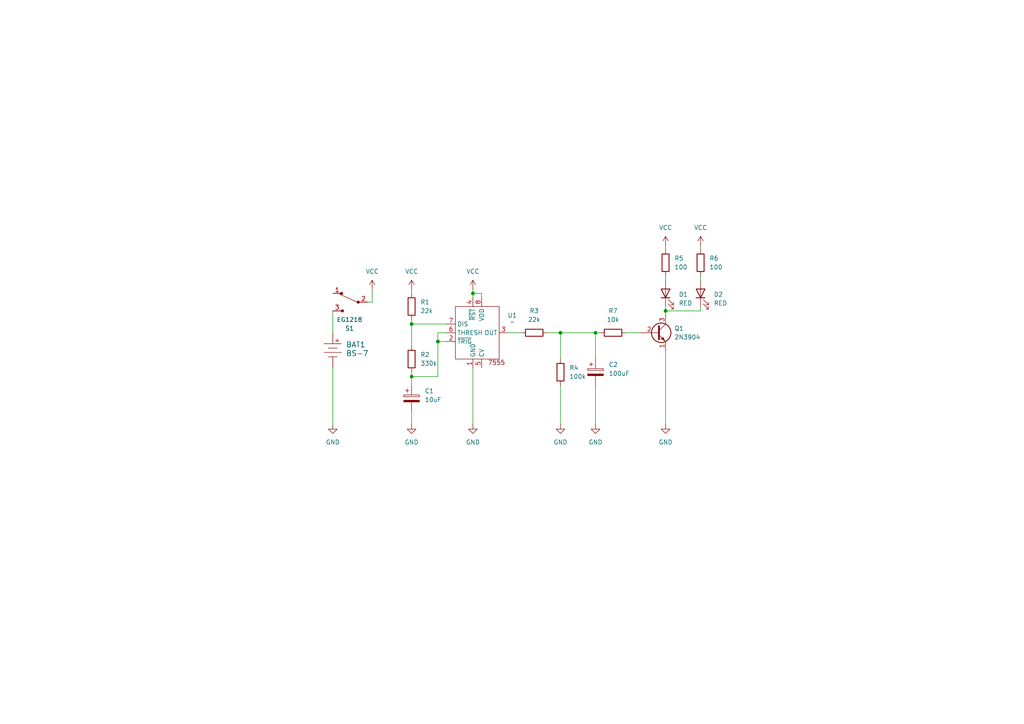
<source format=kicad_sch>
(kicad_sch (version 20231120) (generator "eeschema") (generator_version "8.0")
  (paper "A4")
  (title_block (title "555 Card") (date "2024-07-06") (rev "v01") (comment 3 "License: CC BY 4.0") (comment 4 "Author: Illia Poddubniak"))
  (lib_symbols
    (symbol "Device:C_Polarized" (pin_numbers hide) (pin_names (offset 0.254))
      (property "Reference" "C" (at 0.635 2.54 0))
      (property "Value" "C_Polarized" (at 0.635 -2.54 0))
      (symbol "C_Polarized_0_1"
        (rectangle (start -2.286 0.508) (end 2.286 1.016))
        (polyline (pts (xy -1.778 2.286) (xy -0.762 2.286)))
        (polyline (pts (xy -1.27 2.794) (xy -1.27 1.778)))
        (rectangle (start 2.286 -0.508) (end -2.286 -1.016) (fill (type outline)))
      )
      (symbol "C_Polarized_1_1"
        (pin passive line (at 0 3.81 270) (length 2.794) (name "~") (number "1"))
        (pin passive line (at 0 -3.81 90) (length 2.794) (name "~") (number "2"))
      )
    )
    (symbol "Device:LED" (pin_numbers hide) (pin_names (offset 1.016) hide)
      (property "Reference" "D" (at 0 2.54 0))
      (property "Value" "LED" (at 0 -2.54 0))
      (symbol "LED_0_1"
        (polyline (pts (xy -1.27 -1.27) (xy -1.27 1.27)) (stroke (width 0.254)))
        (polyline (pts (xy -1.27 0) (xy 1.27 0)))
        (polyline (pts (xy 1.27 -1.27) (xy 1.27 1.27) (xy -1.27 0) (xy 1.27 -1.27)) (stroke (width 0.254)))
        (polyline (pts (xy -3.048 -0.762) (xy -4.572 -2.286) (xy -3.81 -2.286) (xy -4.572 -2.286) (xy -4.572 -1.524)))
        (polyline (pts (xy -1.778 -0.762) (xy -3.302 -2.286) (xy -2.54 -2.286) (xy -3.302 -2.286) (xy -3.302 -1.524)))
      )
      (symbol "LED_1_1"
        (pin passive line (at -3.81 0 0) (length 2.54) (name "K") (number "1"))
        (pin passive line (at 3.81 0 180) (length 2.54) (name "A") (number "2"))
      )
    )
    (symbol "Device:R" (pin_numbers hide) (pin_names (offset 0))
      (property "Reference" "R" (at 2.032 0 90))
      (property "Value" "R" (at 0 0 90))
      (symbol "R_0_1"
        (rectangle (start -1.016 -2.54) (end 1.016 2.54) (stroke (width 0.254)))
      )
      (symbol "R_1_1"
        (pin passive line (at 0 3.81 270) (length 1.27) (name "~") (number "1"))
        (pin passive line (at 0 -3.81 90) (length 1.27) (name "~") (number "2"))
      )
    )
    (symbol "New_Library:7555"
      (property "Reference" "U" (at -5.842 8.636 0))
      (symbol "7555_1_1"
        (rectangle (start -6.35 7.62) (end 6.35 -7.62))
        (text "7555" (at 5.588 -8.636 0) (effects (font (size 1.27 1.27))))
        (pin input line (at -1.27 -10.16 90) (length 2.54) (name "GND") (number "1"))
        (pin input line (at -8.89 -2.54 0) (length 2.54) (name "~{TRIG}") (number "2"))
        (pin input line (at 8.89 0 180) (length 2.54) (name "OUT") (number "3"))
        (pin input line (at -1.27 10.16 270) (length 2.54) (name "~{RST}") (number "4"))
        (pin input line (at 1.27 -10.16 90) (length 2.54) (name "CV") (number "5"))
        (pin input line (at -8.89 0 0) (length 2.54) (name "THRESH") (number "6"))
        (pin input line (at -8.89 2.54 0) (length 2.54) (name "DIS") (number "7"))
        (pin input line (at 1.27 10.16 270) (length 2.54) (name "VDD") (number "8"))
      )
    )
    (symbol "Transistor_BJT:2N3904" (pin_names (offset 0) hide)
      (property "Reference" "Q" (at 5.08 1.905 0))
      (property "Value" "2N3904" (at 5.08 0 0))
      (symbol "2N3904_0_1"
        (polyline (pts (xy 0.635 0.635) (xy 2.54 2.54)))
        (polyline (pts (xy 0.635 -0.635) (xy 2.54 -2.54) (xy 2.54 -2.54)))
        (polyline (pts (xy 0.635 1.905) (xy 0.635 -1.905) (xy 0.635 -1.905)) (stroke (width 0.508)))
        (polyline (pts (xy 1.27 -1.778) (xy 1.778 -1.27) (xy 2.286 -2.286) (xy 1.27 -1.778) (xy 1.27 -1.778)) (fill (type outline)))
        (circle (center 1.27 0) (radius 2.8194) (stroke (width 0.254)))
      )
      (symbol "2N3904_1_1"
        (pin passive line (at 2.54 -5.08 90) (length 2.54) (name "E") (number "1"))
        (pin passive line (at -5.08 0 0) (length 5.715) (name "B") (number "2"))
        (pin passive line (at 2.54 5.08 270) (length 2.54) (name "C") (number "3"))
      )
    )
    (symbol "dk_Battery-Holders-Clips-Contacts:BS-7" (pin_numbers hide) (pin_names (offset 1.016))
      (property "Reference" "BAT" (at -1.27 3.81 0))
      (property "Value" "BS-7" (at -1.27 -3.81 0))
      (symbol "BS-7_1_1"
        (polyline (pts (xy 0 -2.54) (xy 0 -1.905)))
        (polyline (pts (xy 0 1.905) (xy 0 2.54)))
        (polyline (pts (xy 1.27 -1.905) (xy -1.27 -1.905)))
        (polyline (pts (xy 1.27 0.635) (xy -1.27 0.635)))
        (polyline (pts (xy 1.27 2.286) (xy 1.27 3.302)))
        (polyline (pts (xy 1.778 2.794) (xy 0.762 2.794)))
        (polyline (pts (xy 2.54 -0.635) (xy -2.54 -0.635)))
        (polyline (pts (xy 2.54 1.905) (xy -2.54 1.905)))
        (pin power_out line (at 0 -5.08 90) (length 2.54) (name "~") (number "Neg"))
        (pin power_out line (at 0 5.08 270) (length 2.54) (name "~") (number "Pos"))
      )
    )
    (symbol "dk_Slide-Switches:EG1218" (pin_names (offset 0))
      (property "Reference" "S" (at -3.81 2.286 0))
      (property "Value" "EG1218" (at 0 -5.334 0))
      (symbol "EG1218_0_1"
        (circle (center -2.286 0) (radius 0.3556) (fill (type outline)))
        (polyline (pts (xy -2.032 0) (xy 3.048 2.286)))
        (circle (center 2.286 -2.54) (radius 0.3556) (fill (type outline)))
        (circle (center 2.54 2.54) (radius 0.3556) (fill (type outline)))
      )
      (symbol "EG1218_1_1"
        (pin passive line (at 5.08 2.54 180) (length 2.54) (name "~") (number "1"))
        (pin passive line (at -5.08 0 0) (length 2.54) (name "~") (number "2"))
        (pin passive line (at 5.08 -2.54 180) (length 2.54) (name "~") (number "3"))
      )
    )
    (symbol "power:GND" (power) (pin_numbers hide) (pin_names (offset 0) hide)
      (property "Value" "GND" (at 0 -3.81 0))
      (symbol "GND_0_1"
        (polyline (pts (xy 0 0) (xy 0 -1.27) (xy 1.27 -1.27) (xy 0 -2.54) (xy -1.27 -1.27) (xy 0 -1.27)))
      )
      (symbol "GND_1_1"
        (pin power_in line (at 0 0 270) (length 0) (name "~") (number "1"))
      )
    )
    (symbol "power:VCC" (power) (pin_numbers hide) (pin_names (offset 0) hide)
      (property "Value" "VCC" (at 0 3.556 0))
      (symbol "VCC_0_1"
        (polyline (pts (xy -0.762 1.27) (xy 0 2.54)))
        (polyline (pts (xy 0 0) (xy 0 2.54)))
        (polyline (pts (xy 0 2.54) (xy 0.762 1.27)))
      )
      (symbol "VCC_1_1"
        (pin power_in line (at 0 0 90) (length 0) (name "~") (number "1"))
      )
    )
  )
  (junction (at 137.16 85.09))
  (junction (at 172.72 96.52))
  (junction (at 193.04 90.17))
  (junction (at 119.38 109.22))
  (junction (at 162.56 96.52))
  (junction (at 119.38 93.98))
  (junction (at 127 99.06))
  (wire (pts (xy 193.04 90.17) (xy 193.04 91.44)))
  (wire (pts (xy 119.38 109.22) (xy 119.38 111.76)))
  (wire (pts (xy 193.04 101.6) (xy 193.04 123.19)))
  (wire (pts (xy 119.38 93.98) (xy 119.38 100.33)))
  (wire (pts (xy 172.72 111.76) (xy 172.72 123.19)))
  (wire (pts (xy 119.38 107.95) (xy 119.38 109.22)))
  (wire (pts (xy 137.16 106.68) (xy 137.16 123.19)))
  (wire (pts (xy 193.04 90.17) (xy 203.2 90.17)))
  (wire (pts (xy 173.99 96.52) (xy 172.72 96.52)))
  (wire (pts (xy 203.2 71.12) (xy 203.2 72.39)))
  (wire (pts (xy 203.2 80.01) (xy 203.2 81.28)))
  (wire (pts (xy 137.16 85.09) (xy 137.16 86.36)))
  (wire (pts (xy 107.95 83.82) (xy 107.95 87.63)))
  (wire (pts (xy 119.38 93.98) (xy 129.54 93.98)))
  (wire (pts (xy 119.38 109.22) (xy 127 109.22)))
  (wire (pts (xy 137.16 83.82) (xy 137.16 85.09)))
  (wire (pts (xy 158.75 96.52) (xy 162.56 96.52)))
  (wire (pts (xy 162.56 96.52) (xy 162.56 104.14)))
  (wire (pts (xy 162.56 111.76) (xy 162.56 123.19)))
  (wire (pts (xy 127 96.52) (xy 129.54 96.52)))
  (wire (pts (xy 127 99.06) (xy 129.54 99.06)))
  (wire (pts (xy 139.7 86.36) (xy 139.7 85.09)))
  (wire (pts (xy 127 109.22) (xy 127 99.06)))
  (wire (pts (xy 172.72 96.52) (xy 162.56 96.52)))
  (wire (pts (xy 119.38 83.82) (xy 119.38 85.09)))
  (wire (pts (xy 96.52 106.68) (xy 96.52 123.19)))
  (wire (pts (xy 193.04 71.12) (xy 193.04 72.39)))
  (wire (pts (xy 203.2 90.17) (xy 203.2 88.9)))
  (wire (pts (xy 119.38 92.71) (xy 119.38 93.98)))
  (wire (pts (xy 119.38 119.38) (xy 119.38 123.19)))
  (wire (pts (xy 127 96.52) (xy 127 99.06)))
  (wire (pts (xy 96.52 90.17) (xy 96.52 96.52)))
  (wire (pts (xy 181.61 96.52) (xy 185.42 96.52)))
  (wire (pts (xy 193.04 88.9) (xy 193.04 90.17)))
  (wire (pts (xy 172.72 96.52) (xy 172.72 104.14)))
  (wire (pts (xy 147.32 96.52) (xy 151.13 96.52)))
  (wire (pts (xy 193.04 80.01) (xy 193.04 81.28)))
  (wire (pts (xy 107.95 87.63) (xy 106.68 87.63)))
  (wire (pts (xy 139.7 85.09) (xy 137.16 85.09)))
  (symbol (lib_id "New_Library:7555") (at 138.43 96.52 0) (unit 1)
    (property "Reference" "U1" (at 148.59 91.4714 0))
    (property "Value" "~" (at 148.59 93.3765 0))
    (property "Footprint" "555_Badge:ICM7555-PDIP" (effects (hide yes)))
  )
  (symbol (lib_id "dk_Battery-Holders-Clips-Contacts:BS-7") (at 96.52 101.6 0) (unit 1)
    (property "Reference" "BAT1" (at 100.33 99.9489 0) (effects (font (size 1.524 1.524)) (justify left)))
    (property "Value" "BS-7" (at 100.33 102.4889 0) (effects (font (size 1.524 1.524)) (justify left)))
    (property "Footprint" "digikey-footprints:Battery_Holder_Coin_2032_BS-7" (effects (hide yes)))
    (property "Datasheet" "http://www.memoryprotectiondevices.com/datasheets/BS-7-datasheet.pdf" (effects (hide yes)))
    (property "Description" "BATTERY HOLDER COIN 20MM PC PIN" (effects (hide yes)))
    (property "Digi-Key_PN" "BS-7-ND" (effects (hide yes)))
    (property "MPN" "BS-7" (effects (hide yes)))
    (property "Category" "Battery Products" (effects (hide yes)))
    (property "Family" "Battery Holders, Clips, Contacts" (effects (hide yes)))
    (property "DK_Datasheet_Link" "http://www.memoryprotectiondevices.com/datasheets/BS-7-datasheet.pdf" (effects (hide yes)))
    (property "DK_Detail_Page" "/product-detail/en/mpd-memory-protection-devices/BS-7/BS-7-ND/389447" (effects (hide yes)))
    (property "Description_1" "BATTERY HOLDER COIN 20MM PC PIN" (effects (hide yes)))
    (property "Manufacturer" "MPD (Memory Protection Devices)" (effects (hide yes)))
    (property "Status" "Active" (effects (hide yes)))
  )
  (symbol (lib_id "Device:R") (at 162.56 107.95 0) (unit 1)
    (property "Reference" "R4" (at 165.1 106.6799 0) (effects (justify left)))
    (property "Value" "100k" (at 165.1 109.2199 0) (effects (justify left)))
    (property "Footprint" "Resistor_THT:R_Axial_DIN0207_L6.3mm_D2.5mm_P7.62mm_Horizontal" (effects (hide yes)))
    (property "Description" "Resistor" (effects (hide yes)))
  )
  (symbol (lib_id "Transistor_BJT:2N3904") (at 190.5 96.52 0) (unit 1)
    (property "Reference" "Q1" (at 195.58 95.2499 0) (effects (justify left)))
    (property "Value" "2N3904" (at 195.58 97.7899 0) (effects (justify left)))
    (property "Footprint" "digikey-footprints:TO-92-3" (effects (hide yes)))
    (property "Datasheet" "https://www.onsemi.com/pub/Collateral/2N3903-D.PDF" (effects (hide yes)))
    (property "Description" "0.2A Ic, 40V Vce, Small Signal NPN Transistor, TO-92" (effects (hide yes)))
  )
  (symbol (lib_id "power:GND") (at 193.04 123.19 0) (unit 1)
    (property "Reference" "#PWR06" (effects (hide yes)))
    (property "Value" "GND" (at 193.04 128.27 0))
    (property "Description" "Power symbol creates a global label with name \"GND\" , ground" (effects (hide yes)))
  )
  (symbol (lib_id "Device:C_Polarized") (at 119.38 115.57 0) (unit 1)
    (property "Reference" "C1" (at 123.19 113.4109 0) (effects (justify left)))
    (property "Value" "10uF" (at 123.19 115.9509 0) (effects (justify left)))
    (property "Footprint" "Capacitor_THT:C_Radial_D5.0mm_H5.0mm_P2.00mm" (effects (hide yes)))
    (property "Description" "Polarized capacitor" (effects (hide yes)))
  )
  (symbol (lib_id "Device:R") (at 193.04 76.2 0) (unit 1)
    (property "Reference" "R5" (at 195.58 74.9299 0) (effects (justify left)))
    (property "Value" "100" (at 195.58 77.4699 0) (effects (justify left)))
    (property "Footprint" "Resistor_THT:R_Axial_DIN0207_L6.3mm_D2.5mm_P7.62mm_Horizontal" (effects (hide yes)))
    (property "Description" "Resistor" (effects (hide yes)))
  )
  (symbol (lib_id "power:VCC") (at 107.95 83.82 0) (unit 1)
    (property "Reference" "#PWR07" (effects (hide yes)))
    (property "Value" "VCC" (at 107.95 78.74 0))
    (property "Description" "Power symbol creates a global label with name \"VCC\"" (effects (hide yes)))
  )
  (symbol (lib_id "Device:R") (at 119.38 88.9 0) (unit 1)
    (property "Reference" "R1" (at 121.92 87.6299 0) (effects (justify left)))
    (property "Value" "22k" (at 121.92 90.1699 0) (effects (justify left)))
    (property "Footprint" "Resistor_THT:R_Axial_DIN0207_L6.3mm_D2.5mm_P7.62mm_Horizontal" (effects (hide yes)))
    (property "Description" "Resistor" (effects (hide yes)))
  )
  (symbol (lib_id "Device:LED") (at 193.04 85.09 90) (unit 1)
    (property "Reference" "D1" (at 196.85 85.4074 90) (effects (justify right)))
    (property "Value" "RED" (at 196.85 87.9474 90) (effects (justify right)))
    (property "Footprint" "LED_THT:LED_D3.0mm" (effects (hide yes)))
    (property "Description" "Light emitting diode" (effects (hide yes)))
  )
  (symbol (lib_id "Device:R") (at 119.38 104.14 0) (unit 1)
    (property "Reference" "R2" (at 121.92 102.8699 0) (effects (justify left)))
    (property "Value" "330k" (at 121.92 105.4099 0) (effects (justify left)))
    (property "Footprint" "Resistor_THT:R_Axial_DIN0207_L6.3mm_D2.5mm_P7.62mm_Horizontal" (effects (hide yes)))
    (property "Description" "Resistor" (effects (hide yes)))
  )
  (symbol (lib_id "Device:C_Polarized") (at 172.72 107.95 0) (unit 1)
    (property "Reference" "C2" (at 176.53 105.7909 0) (effects (justify left)))
    (property "Value" "100uF" (at 176.53 108.3309 0) (effects (justify left)))
    (property "Footprint" "Capacitor_THT:C_Radial_D6.3mm_H5.0mm_P2.50mm" (effects (hide yes)))
    (property "Description" "Polarized capacitor" (effects (hide yes)))
  )
  (symbol (lib_id "power:GND") (at 96.52 123.19 0) (unit 1)
    (property "Reference" "#PWR02" (effects (hide yes)))
    (property "Value" "GND" (at 96.52 128.27 0))
    (property "Description" "Power symbol creates a global label with name \"GND\" , ground" (effects (hide yes)))
  )
  (symbol (lib_id "power:VCC") (at 203.2 71.12 0) (unit 1)
    (property "Reference" "#PWR011" (effects (hide yes)))
    (property "Value" "VCC" (at 203.2 66.04 0))
    (property "Description" "Power symbol creates a global label with name \"VCC\"" (effects (hide yes)))
  )
  (symbol (lib_id "power:GND") (at 162.56 123.19 0) (unit 1)
    (property "Reference" "#PWR04" (effects (hide yes)))
    (property "Value" "GND" (at 162.56 128.27 0))
    (property "Description" "Power symbol creates a global label with name \"GND\" , ground" (effects (hide yes)))
  )
  (symbol (lib_id "power:VCC") (at 137.16 83.82 0) (unit 1)
    (property "Reference" "#PWR09" (effects (hide yes)))
    (property "Value" "VCC" (at 137.16 78.74 0))
    (property "Description" "Power symbol creates a global label with name \"VCC\"" (effects (hide yes)))
  )
  (symbol (lib_id "power:GND") (at 172.72 123.19 0) (unit 1)
    (property "Reference" "#PWR05" (effects (hide yes)))
    (property "Value" "GND" (at 172.72 128.27 0))
    (property "Description" "Power symbol creates a global label with name \"GND\" , ground" (effects (hide yes)))
  )
  (symbol (lib_id "power:VCC") (at 119.38 83.82 0) (unit 1)
    (property "Reference" "#PWR08" (effects (hide yes)))
    (property "Value" "VCC" (at 119.38 78.74 0))
    (property "Description" "Power symbol creates a global label with name \"VCC\"" (effects (hide yes)))
  )
  (symbol (lib_id "Device:R") (at 177.8 96.52 90) (unit 1)
    (property "Reference" "R7" (at 177.8 90.17 90))
    (property "Value" "10k" (at 177.8 92.71 90))
    (property "Footprint" "Resistor_THT:R_Axial_DIN0207_L6.3mm_D2.5mm_P7.62mm_Horizontal" (effects (hide yes)))
    (property "Description" "Resistor" (effects (hide yes)))
  )
  (symbol (lib_id "power:GND") (at 119.38 123.19 0) (unit 1)
    (property "Reference" "#PWR01" (effects (hide yes)))
    (property "Value" "GND" (at 119.38 128.27 0))
    (property "Description" "Power symbol creates a global label with name \"GND\" , ground" (effects (hide yes)))
  )
  (symbol (lib_id "Device:R") (at 203.2 76.2 0) (unit 1)
    (property "Reference" "R6" (at 205.74 74.9299 0) (effects (justify left)))
    (property "Value" "100" (at 205.74 77.4699 0) (effects (justify left)))
    (property "Footprint" "Resistor_THT:R_Axial_DIN0207_L6.3mm_D2.5mm_P7.62mm_Horizontal" (effects (hide yes)))
    (property "Description" "Resistor" (effects (hide yes)))
  )
  (symbol (lib_id "power:GND") (at 137.16 123.19 0) (unit 1)
    (property "Reference" "#PWR03" (effects (hide yes)))
    (property "Value" "GND" (at 137.16 128.27 0))
    (property "Description" "Power symbol creates a global label with name \"GND\" , ground" (effects (hide yes)))
  )
  (symbol (lib_id "Device:LED") (at 203.2 85.09 90) (unit 1)
    (property "Reference" "D2" (at 207.01 85.4074 90) (effects (justify right)))
    (property "Value" "RED" (at 207.01 87.9474 90) (effects (justify right)))
    (property "Footprint" "LED_THT:LED_D3.0mm" (effects (hide yes)))
    (property "Description" "Light emitting diode" (effects (hide yes)))
  )
  (symbol (lib_id "Device:R") (at 154.94 96.52 90) (unit 1)
    (property "Reference" "R3" (at 154.94 90.17 90))
    (property "Value" "22k" (at 154.94 92.71 90))
    (property "Footprint" "Resistor_THT:R_Axial_DIN0207_L6.3mm_D2.5mm_P7.62mm_Horizontal" (effects (hide yes)))
    (property "Description" "Resistor" (effects (hide yes)))
  )
  (symbol (lib_id "dk_Slide-Switches:EG1218") (at 101.6 87.63 0) (mirror y) (unit 1)
    (property "Reference" "S1" (at 101.3968 95.25 0))
    (property "Value" "EG1218" (at 101.3968 92.71 0))
    (property "Footprint" "digikey-footprints:Switch_Slide_11.6x4mm_EG1218" (effects (hide yes)))
    (property "Datasheet" "http://spec_sheets.e-switch.com/specs/P040040.pdf" (effects (hide yes)))
    (property "Description" "SWITCH SLIDE SPDT 200MA 30V" (effects (hide yes)))
    (property "Digi-Key_PN" "EG1903-ND" (effects (hide yes)))
    (property "MPN" "EG1218" (effects (hide yes)))
    (property "Category" "Switches" (effects (hide yes)))
    (property "Family" "Slide Switches" (effects (hide yes)))
    (property "DK_Datasheet_Link" "http://spec_sheets.e-switch.com/specs/P040040.pdf" (effects (hide yes)))
    (property "DK_Detail_Page" "/product-detail/en/e-switch/EG1218/EG1903-ND/101726" (effects (hide yes)))
    (property "Description_1" "SWITCH SLIDE SPDT 200MA 30V" (effects (hide yes)))
    (property "Manufacturer" "E-Switch" (effects (hide yes)))
    (property "Status" "Active" (effects (hide yes)))
  )
  (symbol (lib_id "power:VCC") (at 193.04 71.12 0) (unit 1)
    (property "Reference" "#PWR010" (effects (hide yes)))
    (property "Value" "VCC" (at 193.04 66.04 0))
    (property "Description" "Power symbol creates a global label with name \"VCC\"" (effects (hide yes)))
  )
)
</source>
